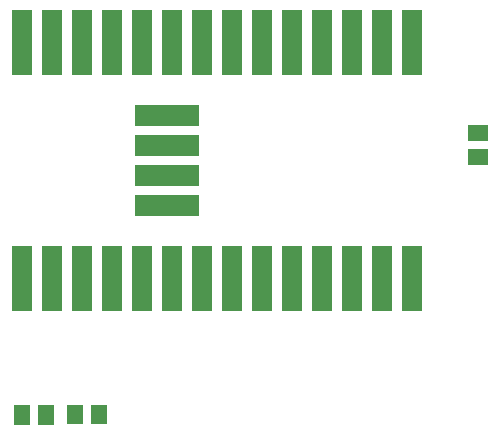
<source format=gbs>
G04 Layer: BottomSolderMaskLayer*
G04 EasyEDA v6.4.31, 2022-02-02 03:50:30*
G04 0b916ec405ec4e9094bbf8359c402fb2,658f5e24285b455797eae137c281a567,10*
G04 Gerber Generator version 0.2*
G04 Scale: 100 percent, Rotated: No, Reflected: No *
G04 Dimensions in millimeters *
G04 leading zeros omitted , absolute positions ,4 integer and 5 decimal *
%FSLAX45Y45*%
%MOMM*%

%ADD10C,0.0001*%

%LPD*%
G36*
X10881613Y-1409192D02*
G01*
X10881613Y-1273047D01*
X11048745Y-1273047D01*
X11048745Y-1409192D01*
G37*
G36*
X10881613Y-1205992D02*
G01*
X10881613Y-1069847D01*
X11048745Y-1069847D01*
X11048745Y-1205992D01*
G37*
G36*
X7033768Y-3605529D02*
G01*
X7033768Y-3440429D01*
X7169911Y-3440429D01*
X7169911Y-3605529D01*
G37*
G36*
X7236968Y-3605529D02*
G01*
X7236968Y-3440429D01*
X7373111Y-3440429D01*
X7373111Y-3605529D01*
G37*
G36*
X7689088Y-3602989D02*
G01*
X7689088Y-3437889D01*
X7825231Y-3437889D01*
X7825231Y-3602989D01*
G37*
G36*
X7485888Y-3602989D02*
G01*
X7485888Y-3437889D01*
X7622031Y-3437889D01*
X7622031Y-3602989D01*
G37*
G36*
X10322559Y-644905D02*
G01*
X10322559Y-96773D01*
X10495279Y-96773D01*
X10495279Y-644905D01*
G37*
G36*
X10068559Y-644905D02*
G01*
X10068559Y-96773D01*
X10241279Y-96773D01*
X10241279Y-644905D01*
G37*
G36*
X9814559Y-644905D02*
G01*
X9814559Y-96773D01*
X9987279Y-96773D01*
X9987279Y-644905D01*
G37*
G36*
X9560559Y-644905D02*
G01*
X9560559Y-96773D01*
X9733279Y-96773D01*
X9733279Y-644905D01*
G37*
G36*
X9306559Y-644905D02*
G01*
X9306559Y-96773D01*
X9479279Y-96773D01*
X9479279Y-644905D01*
G37*
G36*
X9052559Y-644905D02*
G01*
X9052559Y-96773D01*
X9225279Y-96773D01*
X9225279Y-644905D01*
G37*
G36*
X8798559Y-644905D02*
G01*
X8798559Y-96773D01*
X8971279Y-96773D01*
X8971279Y-644905D01*
G37*
G36*
X8544559Y-644905D02*
G01*
X8544559Y-96773D01*
X8717279Y-96773D01*
X8717279Y-644905D01*
G37*
G36*
X8290559Y-644905D02*
G01*
X8290559Y-96773D01*
X8463279Y-96773D01*
X8463279Y-644905D01*
G37*
G36*
X8036559Y-644905D02*
G01*
X8036559Y-96773D01*
X8209279Y-96773D01*
X8209279Y-644905D01*
G37*
G36*
X7782559Y-644905D02*
G01*
X7782559Y-96773D01*
X7955279Y-96773D01*
X7955279Y-644905D01*
G37*
G36*
X7528559Y-644905D02*
G01*
X7528559Y-96773D01*
X7701279Y-96773D01*
X7701279Y-644905D01*
G37*
G36*
X7274559Y-644905D02*
G01*
X7274559Y-96773D01*
X7447279Y-96773D01*
X7447279Y-644905D01*
G37*
G36*
X7020559Y-644905D02*
G01*
X7020559Y-96773D01*
X7193279Y-96773D01*
X7193279Y-644905D01*
G37*
G36*
X10321543Y-2643886D02*
G01*
X10321543Y-2095754D01*
X10494263Y-2095754D01*
X10494263Y-2643886D01*
G37*
G36*
X10067543Y-2643886D02*
G01*
X10067543Y-2095754D01*
X10240263Y-2095754D01*
X10240263Y-2643886D01*
G37*
G36*
X9813543Y-2643886D02*
G01*
X9813543Y-2095754D01*
X9986263Y-2095754D01*
X9986263Y-2643886D01*
G37*
G36*
X9559543Y-2643886D02*
G01*
X9559543Y-2095754D01*
X9732263Y-2095754D01*
X9732263Y-2643886D01*
G37*
G36*
X9305543Y-2643886D02*
G01*
X9305543Y-2095754D01*
X9478263Y-2095754D01*
X9478263Y-2643886D01*
G37*
G36*
X9051543Y-2643886D02*
G01*
X9051543Y-2095754D01*
X9224263Y-2095754D01*
X9224263Y-2643886D01*
G37*
G36*
X8797543Y-2643886D02*
G01*
X8797543Y-2095754D01*
X8970263Y-2095754D01*
X8970263Y-2643886D01*
G37*
G36*
X8543543Y-2643886D02*
G01*
X8543543Y-2095754D01*
X8716263Y-2095754D01*
X8716263Y-2643886D01*
G37*
G36*
X8289543Y-2643886D02*
G01*
X8289543Y-2095754D01*
X8462263Y-2095754D01*
X8462263Y-2643886D01*
G37*
G36*
X8035543Y-2643886D02*
G01*
X8035543Y-2095754D01*
X8208263Y-2095754D01*
X8208263Y-2643886D01*
G37*
G36*
X7781543Y-2643886D02*
G01*
X7781543Y-2095754D01*
X7954263Y-2095754D01*
X7954263Y-2643886D01*
G37*
G36*
X7527543Y-2643886D02*
G01*
X7527543Y-2095754D01*
X7700263Y-2095754D01*
X7700263Y-2643886D01*
G37*
G36*
X7273543Y-2643886D02*
G01*
X7273543Y-2095754D01*
X7446263Y-2095754D01*
X7446263Y-2643886D01*
G37*
G36*
X7019543Y-2643886D02*
G01*
X7019543Y-2095754D01*
X7192263Y-2095754D01*
X7192263Y-2643886D01*
G37*
G36*
X8059674Y-1836420D02*
G01*
X8059674Y-1663700D01*
X8607806Y-1663700D01*
X8607806Y-1836420D01*
G37*
G36*
X8059674Y-1582420D02*
G01*
X8059674Y-1409700D01*
X8607806Y-1409700D01*
X8607806Y-1582420D01*
G37*
G36*
X8059674Y-1328420D02*
G01*
X8059674Y-1155700D01*
X8607806Y-1155700D01*
X8607806Y-1328420D01*
G37*
G36*
X8059674Y-1074420D02*
G01*
X8059674Y-901700D01*
X8607806Y-901700D01*
X8607806Y-1074420D01*
G37*
M02*

</source>
